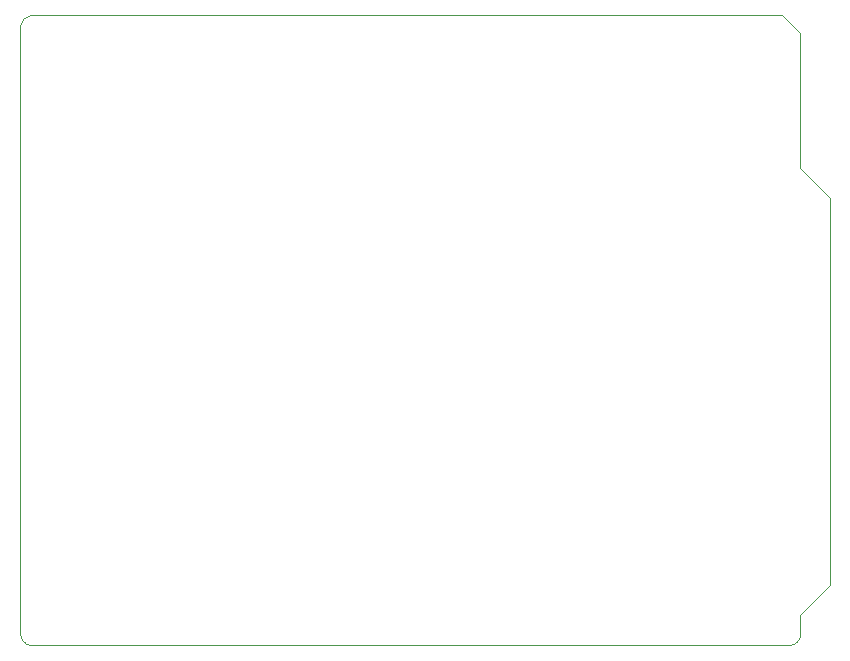
<source format=gbr>
G04 (created by PCBNEW-RS274X (2012-01-19 BZR 3256)-stable) date 2013/3/11 15:33:10*
G01*
G70*
G90*
%MOIN*%
G04 Gerber Fmt 3.4, Leading zero omitted, Abs format*
%FSLAX34Y34*%
G04 APERTURE LIST*
%ADD10C,0.000100*%
G04 APERTURE END LIST*
G54D10*
X28250Y-52100D02*
X28250Y-31850D01*
X28250Y-52100D02*
X28252Y-52134D01*
X28257Y-52169D01*
X28264Y-52203D01*
X28275Y-52236D01*
X28288Y-52269D01*
X28304Y-52299D01*
X28323Y-52329D01*
X28344Y-52357D01*
X28368Y-52382D01*
X28393Y-52406D01*
X28421Y-52427D01*
X28451Y-52446D01*
X28481Y-52462D01*
X28514Y-52475D01*
X28547Y-52486D01*
X28581Y-52493D01*
X28616Y-52498D01*
X28650Y-52500D01*
X53850Y-52500D02*
X53884Y-52498D01*
X53919Y-52493D01*
X53953Y-52486D01*
X53986Y-52475D01*
X54019Y-52462D01*
X54050Y-52446D01*
X54079Y-52427D01*
X54107Y-52406D01*
X54132Y-52382D01*
X54156Y-52357D01*
X54177Y-52329D01*
X54196Y-52299D01*
X54212Y-52269D01*
X54225Y-52236D01*
X54236Y-52203D01*
X54243Y-52169D01*
X54248Y-52134D01*
X54250Y-52100D01*
X28700Y-31500D02*
X53650Y-31500D01*
X28699Y-31501D02*
X28664Y-31498D01*
X28630Y-31498D01*
X28595Y-31501D01*
X28561Y-31508D01*
X28527Y-31517D01*
X28494Y-31529D01*
X28462Y-31544D01*
X28432Y-31562D01*
X28403Y-31582D01*
X28376Y-31605D01*
X28351Y-31630D01*
X28329Y-31657D01*
X28309Y-31686D01*
X28292Y-31717D01*
X28277Y-31749D01*
X28265Y-31782D01*
X28256Y-31816D01*
X28251Y-31851D01*
X53850Y-52500D02*
X28650Y-52500D01*
X54250Y-51500D02*
X54250Y-52100D01*
X55250Y-50500D02*
X54250Y-51500D01*
X55250Y-37600D02*
X55250Y-50500D01*
X54250Y-36600D02*
X55250Y-37600D01*
X54250Y-32100D02*
X54250Y-36600D01*
X53650Y-31500D02*
X54250Y-32100D01*
M02*

</source>
